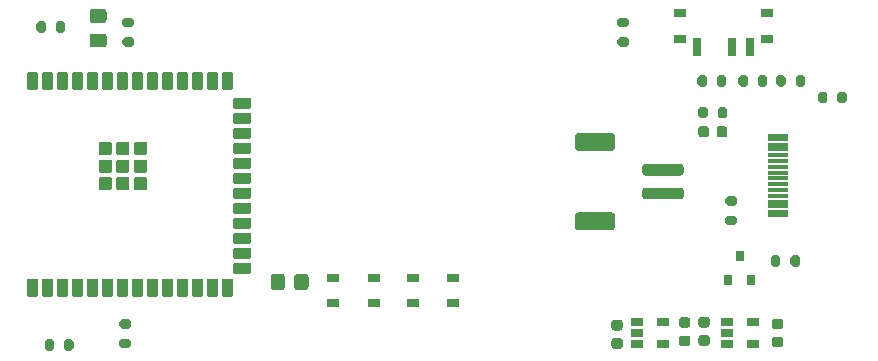
<source format=gbr>
%TF.GenerationSoftware,KiCad,Pcbnew,(5.1.12)-1*%
%TF.CreationDate,2022-11-12T21:15:41+01:00*%
%TF.ProjectId,NewmorphS3,4e65776d-6f72-4706-9853-332e6b696361,rev?*%
%TF.SameCoordinates,Original*%
%TF.FileFunction,Paste,Bot*%
%TF.FilePolarity,Positive*%
%FSLAX46Y46*%
G04 Gerber Fmt 4.6, Leading zero omitted, Abs format (unit mm)*
G04 Created by KiCad (PCBNEW (5.1.12)-1) date 2022-11-12 21:15:41*
%MOMM*%
%LPD*%
G01*
G04 APERTURE LIST*
%ADD10R,0.800000X0.900000*%
%ADD11R,1.750000X0.300000*%
%ADD12R,1.050000X0.650000*%
%ADD13R,0.700000X1.500000*%
%ADD14R,1.000000X0.800000*%
%ADD15R,1.060000X0.650000*%
G04 APERTURE END LIST*
%TO.C,C101*%
G36*
G01*
X117860000Y-90215000D02*
X118360000Y-90215000D01*
G75*
G02*
X118585000Y-90440000I0J-225000D01*
G01*
X118585000Y-90890000D01*
G75*
G02*
X118360000Y-91115000I-225000J0D01*
G01*
X117860000Y-91115000D01*
G75*
G02*
X117635000Y-90890000I0J225000D01*
G01*
X117635000Y-90440000D01*
G75*
G02*
X117860000Y-90215000I225000J0D01*
G01*
G37*
G36*
G01*
X117860000Y-91765000D02*
X118360000Y-91765000D01*
G75*
G02*
X118585000Y-91990000I0J-225000D01*
G01*
X118585000Y-92440000D01*
G75*
G02*
X118360000Y-92665000I-225000J0D01*
G01*
X117860000Y-92665000D01*
G75*
G02*
X117635000Y-92440000I0J225000D01*
G01*
X117635000Y-91990000D01*
G75*
G02*
X117860000Y-91765000I225000J0D01*
G01*
G37*
%TD*%
%TO.C,C102*%
G36*
G01*
X110486000Y-92551000D02*
X109986000Y-92551000D01*
G75*
G02*
X109761000Y-92326000I0J225000D01*
G01*
X109761000Y-91876000D01*
G75*
G02*
X109986000Y-91651000I225000J0D01*
G01*
X110486000Y-91651000D01*
G75*
G02*
X110711000Y-91876000I0J-225000D01*
G01*
X110711000Y-92326000D01*
G75*
G02*
X110486000Y-92551000I-225000J0D01*
G01*
G37*
G36*
G01*
X110486000Y-91001000D02*
X109986000Y-91001000D01*
G75*
G02*
X109761000Y-90776000I0J225000D01*
G01*
X109761000Y-90326000D01*
G75*
G02*
X109986000Y-90101000I225000J0D01*
G01*
X110486000Y-90101000D01*
G75*
G02*
X110711000Y-90326000I0J-225000D01*
G01*
X110711000Y-90776000D01*
G75*
G02*
X110486000Y-91001000I-225000J0D01*
G01*
G37*
%TD*%
%TO.C,C103*%
G36*
G01*
X104271000Y-91879000D02*
X104771000Y-91879000D01*
G75*
G02*
X104996000Y-92104000I0J-225000D01*
G01*
X104996000Y-92554000D01*
G75*
G02*
X104771000Y-92779000I-225000J0D01*
G01*
X104271000Y-92779000D01*
G75*
G02*
X104046000Y-92554000I0J225000D01*
G01*
X104046000Y-92104000D01*
G75*
G02*
X104271000Y-91879000I225000J0D01*
G01*
G37*
G36*
G01*
X104271000Y-90329000D02*
X104771000Y-90329000D01*
G75*
G02*
X104996000Y-90554000I0J-225000D01*
G01*
X104996000Y-91004000D01*
G75*
G02*
X104771000Y-91229000I-225000J0D01*
G01*
X104271000Y-91229000D01*
G75*
G02*
X104046000Y-91004000I0J225000D01*
G01*
X104046000Y-90554000D01*
G75*
G02*
X104271000Y-90329000I225000J0D01*
G01*
G37*
%TD*%
%TO.C,C104*%
G36*
G01*
X111637000Y-91625000D02*
X112137000Y-91625000D01*
G75*
G02*
X112362000Y-91850000I0J-225000D01*
G01*
X112362000Y-92300000D01*
G75*
G02*
X112137000Y-92525000I-225000J0D01*
G01*
X111637000Y-92525000D01*
G75*
G02*
X111412000Y-92300000I0J225000D01*
G01*
X111412000Y-91850000D01*
G75*
G02*
X111637000Y-91625000I225000J0D01*
G01*
G37*
G36*
G01*
X111637000Y-90075000D02*
X112137000Y-90075000D01*
G75*
G02*
X112362000Y-90300000I0J-225000D01*
G01*
X112362000Y-90750000D01*
G75*
G02*
X112137000Y-90975000I-225000J0D01*
G01*
X111637000Y-90975000D01*
G75*
G02*
X111412000Y-90750000I0J225000D01*
G01*
X111412000Y-90300000D01*
G75*
G02*
X111637000Y-90075000I225000J0D01*
G01*
G37*
%TD*%
%TO.C,C105*%
G36*
G01*
X60104000Y-64012500D02*
X61054000Y-64012500D01*
G75*
G02*
X61304000Y-64262500I0J-250000D01*
G01*
X61304000Y-64937500D01*
G75*
G02*
X61054000Y-65187500I-250000J0D01*
G01*
X60104000Y-65187500D01*
G75*
G02*
X59854000Y-64937500I0J250000D01*
G01*
X59854000Y-64262500D01*
G75*
G02*
X60104000Y-64012500I250000J0D01*
G01*
G37*
G36*
G01*
X60104000Y-66087500D02*
X61054000Y-66087500D01*
G75*
G02*
X61304000Y-66337500I0J-250000D01*
G01*
X61304000Y-67012500D01*
G75*
G02*
X61054000Y-67262500I-250000J0D01*
G01*
X60104000Y-67262500D01*
G75*
G02*
X59854000Y-67012500I0J250000D01*
G01*
X59854000Y-66337500D01*
G75*
G02*
X60104000Y-66087500I250000J0D01*
G01*
G37*
%TD*%
D10*
%TO.C,D101*%
X115850000Y-86950000D03*
X113950000Y-86950000D03*
X114900000Y-84950000D03*
%TD*%
D11*
%TO.C,J101*%
X118135000Y-78355000D03*
X118135000Y-78855000D03*
X118135000Y-79355000D03*
X118135000Y-79855000D03*
X118135000Y-77355000D03*
X118135000Y-76355000D03*
X118135000Y-76855000D03*
X118135000Y-77855000D03*
X118135000Y-74755000D03*
X118135000Y-75055000D03*
X118135000Y-75555000D03*
X118135000Y-75855000D03*
X118135000Y-80655000D03*
X118135000Y-80355000D03*
X118135000Y-81155000D03*
X118135000Y-81455000D03*
%TD*%
%TO.C,R101*%
G36*
G01*
X118350000Y-85069000D02*
X118350000Y-85619000D01*
G75*
G02*
X118150000Y-85819000I-200000J0D01*
G01*
X117750000Y-85819000D01*
G75*
G02*
X117550000Y-85619000I0J200000D01*
G01*
X117550000Y-85069000D01*
G75*
G02*
X117750000Y-84869000I200000J0D01*
G01*
X118150000Y-84869000D01*
G75*
G02*
X118350000Y-85069000I0J-200000D01*
G01*
G37*
G36*
G01*
X120000000Y-85069000D02*
X120000000Y-85619000D01*
G75*
G02*
X119800000Y-85819000I-200000J0D01*
G01*
X119400000Y-85819000D01*
G75*
G02*
X119200000Y-85619000I0J200000D01*
G01*
X119200000Y-85069000D01*
G75*
G02*
X119400000Y-84869000I200000J0D01*
G01*
X119800000Y-84869000D01*
G75*
G02*
X120000000Y-85069000I0J-200000D01*
G01*
G37*
%TD*%
%TO.C,R102*%
G36*
G01*
X123970000Y-71226000D02*
X123970000Y-71776000D01*
G75*
G02*
X123770000Y-71976000I-200000J0D01*
G01*
X123370000Y-71976000D01*
G75*
G02*
X123170000Y-71776000I0J200000D01*
G01*
X123170000Y-71226000D01*
G75*
G02*
X123370000Y-71026000I200000J0D01*
G01*
X123770000Y-71026000D01*
G75*
G02*
X123970000Y-71226000I0J-200000D01*
G01*
G37*
G36*
G01*
X122320000Y-71226000D02*
X122320000Y-71776000D01*
G75*
G02*
X122120000Y-71976000I-200000J0D01*
G01*
X121720000Y-71976000D01*
G75*
G02*
X121520000Y-71776000I0J200000D01*
G01*
X121520000Y-71226000D01*
G75*
G02*
X121720000Y-71026000I200000J0D01*
G01*
X122120000Y-71026000D01*
G75*
G02*
X122320000Y-71226000I0J-200000D01*
G01*
G37*
%TD*%
%TO.C,R103*%
G36*
G01*
X114448000Y-80664000D02*
X113898000Y-80664000D01*
G75*
G02*
X113698000Y-80464000I0J200000D01*
G01*
X113698000Y-80064000D01*
G75*
G02*
X113898000Y-79864000I200000J0D01*
G01*
X114448000Y-79864000D01*
G75*
G02*
X114648000Y-80064000I0J-200000D01*
G01*
X114648000Y-80464000D01*
G75*
G02*
X114448000Y-80664000I-200000J0D01*
G01*
G37*
G36*
G01*
X114448000Y-82314000D02*
X113898000Y-82314000D01*
G75*
G02*
X113698000Y-82114000I0J200000D01*
G01*
X113698000Y-81714000D01*
G75*
G02*
X113898000Y-81514000I200000J0D01*
G01*
X114448000Y-81514000D01*
G75*
G02*
X114648000Y-81714000I0J-200000D01*
G01*
X114648000Y-82114000D01*
G75*
G02*
X114448000Y-82314000I-200000J0D01*
G01*
G37*
%TD*%
%TO.C,R104*%
G36*
G01*
X105304000Y-67201000D02*
X104754000Y-67201000D01*
G75*
G02*
X104554000Y-67001000I0J200000D01*
G01*
X104554000Y-66601000D01*
G75*
G02*
X104754000Y-66401000I200000J0D01*
G01*
X105304000Y-66401000D01*
G75*
G02*
X105504000Y-66601000I0J-200000D01*
G01*
X105504000Y-67001000D01*
G75*
G02*
X105304000Y-67201000I-200000J0D01*
G01*
G37*
G36*
G01*
X105304000Y-65551000D02*
X104754000Y-65551000D01*
G75*
G02*
X104554000Y-65351000I0J200000D01*
G01*
X104554000Y-64951000D01*
G75*
G02*
X104754000Y-64751000I200000J0D01*
G01*
X105304000Y-64751000D01*
G75*
G02*
X105504000Y-64951000I0J-200000D01*
G01*
X105504000Y-65351000D01*
G75*
G02*
X105304000Y-65551000I-200000J0D01*
G01*
G37*
%TD*%
%TO.C,R105*%
G36*
G01*
X75200000Y-87572001D02*
X75200000Y-86671999D01*
G75*
G02*
X75449999Y-86422000I249999J0D01*
G01*
X76150001Y-86422000D01*
G75*
G02*
X76400000Y-86671999I0J-249999D01*
G01*
X76400000Y-87572001D01*
G75*
G02*
X76150001Y-87822000I-249999J0D01*
G01*
X75449999Y-87822000D01*
G75*
G02*
X75200000Y-87572001I0J249999D01*
G01*
G37*
G36*
G01*
X77200000Y-87572001D02*
X77200000Y-86671999D01*
G75*
G02*
X77449999Y-86422000I249999J0D01*
G01*
X78150001Y-86422000D01*
G75*
G02*
X78400000Y-86671999I0J-249999D01*
G01*
X78400000Y-87572001D01*
G75*
G02*
X78150001Y-87822000I-249999J0D01*
G01*
X77449999Y-87822000D01*
G75*
G02*
X77200000Y-87572001I0J249999D01*
G01*
G37*
%TD*%
%TO.C,R108*%
G36*
G01*
X55353000Y-65807000D02*
X55353000Y-65257000D01*
G75*
G02*
X55553000Y-65057000I200000J0D01*
G01*
X55953000Y-65057000D01*
G75*
G02*
X56153000Y-65257000I0J-200000D01*
G01*
X56153000Y-65807000D01*
G75*
G02*
X55953000Y-66007000I-200000J0D01*
G01*
X55553000Y-66007000D01*
G75*
G02*
X55353000Y-65807000I0J200000D01*
G01*
G37*
G36*
G01*
X57003000Y-65807000D02*
X57003000Y-65257000D01*
G75*
G02*
X57203000Y-65057000I200000J0D01*
G01*
X57603000Y-65057000D01*
G75*
G02*
X57803000Y-65257000I0J-200000D01*
G01*
X57803000Y-65807000D01*
G75*
G02*
X57603000Y-66007000I-200000J0D01*
G01*
X57203000Y-66007000D01*
G75*
G02*
X57003000Y-65807000I0J200000D01*
G01*
G37*
%TD*%
%TO.C,R109*%
G36*
G01*
X63394000Y-65551000D02*
X62844000Y-65551000D01*
G75*
G02*
X62644000Y-65351000I0J200000D01*
G01*
X62644000Y-64951000D01*
G75*
G02*
X62844000Y-64751000I200000J0D01*
G01*
X63394000Y-64751000D01*
G75*
G02*
X63594000Y-64951000I0J-200000D01*
G01*
X63594000Y-65351000D01*
G75*
G02*
X63394000Y-65551000I-200000J0D01*
G01*
G37*
G36*
G01*
X63394000Y-67201000D02*
X62844000Y-67201000D01*
G75*
G02*
X62644000Y-67001000I0J200000D01*
G01*
X62644000Y-66601000D01*
G75*
G02*
X62844000Y-66401000I200000J0D01*
G01*
X63394000Y-66401000D01*
G75*
G02*
X63594000Y-66601000I0J-200000D01*
G01*
X63594000Y-67001000D01*
G75*
G02*
X63394000Y-67201000I-200000J0D01*
G01*
G37*
%TD*%
%TO.C,R110*%
G36*
G01*
X57702000Y-92731000D02*
X57702000Y-92181000D01*
G75*
G02*
X57902000Y-91981000I200000J0D01*
G01*
X58302000Y-91981000D01*
G75*
G02*
X58502000Y-92181000I0J-200000D01*
G01*
X58502000Y-92731000D01*
G75*
G02*
X58302000Y-92931000I-200000J0D01*
G01*
X57902000Y-92931000D01*
G75*
G02*
X57702000Y-92731000I0J200000D01*
G01*
G37*
G36*
G01*
X56052000Y-92731000D02*
X56052000Y-92181000D01*
G75*
G02*
X56252000Y-91981000I200000J0D01*
G01*
X56652000Y-91981000D01*
G75*
G02*
X56852000Y-92181000I0J-200000D01*
G01*
X56852000Y-92731000D01*
G75*
G02*
X56652000Y-92931000I-200000J0D01*
G01*
X56252000Y-92931000D01*
G75*
G02*
X56052000Y-92731000I0J200000D01*
G01*
G37*
%TD*%
%TO.C,R111*%
G36*
G01*
X62590000Y-91929000D02*
X63140000Y-91929000D01*
G75*
G02*
X63340000Y-92129000I0J-200000D01*
G01*
X63340000Y-92529000D01*
G75*
G02*
X63140000Y-92729000I-200000J0D01*
G01*
X62590000Y-92729000D01*
G75*
G02*
X62390000Y-92529000I0J200000D01*
G01*
X62390000Y-92129000D01*
G75*
G02*
X62590000Y-91929000I200000J0D01*
G01*
G37*
G36*
G01*
X62590000Y-90279000D02*
X63140000Y-90279000D01*
G75*
G02*
X63340000Y-90479000I0J-200000D01*
G01*
X63340000Y-90879000D01*
G75*
G02*
X63140000Y-91079000I-200000J0D01*
G01*
X62590000Y-91079000D01*
G75*
G02*
X62390000Y-90879000I0J200000D01*
G01*
X62390000Y-90479000D01*
G75*
G02*
X62590000Y-90279000I200000J0D01*
G01*
G37*
%TD*%
%TO.C,R112*%
G36*
G01*
X111400000Y-73075000D02*
X111400000Y-72525000D01*
G75*
G02*
X111600000Y-72325000I200000J0D01*
G01*
X112000000Y-72325000D01*
G75*
G02*
X112200000Y-72525000I0J-200000D01*
G01*
X112200000Y-73075000D01*
G75*
G02*
X112000000Y-73275000I-200000J0D01*
G01*
X111600000Y-73275000D01*
G75*
G02*
X111400000Y-73075000I0J200000D01*
G01*
G37*
G36*
G01*
X113050000Y-73075000D02*
X113050000Y-72525000D01*
G75*
G02*
X113250000Y-72325000I200000J0D01*
G01*
X113650000Y-72325000D01*
G75*
G02*
X113850000Y-72525000I0J-200000D01*
G01*
X113850000Y-73075000D01*
G75*
G02*
X113650000Y-73275000I-200000J0D01*
G01*
X113250000Y-73275000D01*
G75*
G02*
X113050000Y-73075000I0J200000D01*
G01*
G37*
%TD*%
%TO.C,R113*%
G36*
G01*
X111329000Y-70376000D02*
X111329000Y-69826000D01*
G75*
G02*
X111529000Y-69626000I200000J0D01*
G01*
X111929000Y-69626000D01*
G75*
G02*
X112129000Y-69826000I0J-200000D01*
G01*
X112129000Y-70376000D01*
G75*
G02*
X111929000Y-70576000I-200000J0D01*
G01*
X111529000Y-70576000D01*
G75*
G02*
X111329000Y-70376000I0J200000D01*
G01*
G37*
G36*
G01*
X112979000Y-70376000D02*
X112979000Y-69826000D01*
G75*
G02*
X113179000Y-69626000I200000J0D01*
G01*
X113579000Y-69626000D01*
G75*
G02*
X113779000Y-69826000I0J-200000D01*
G01*
X113779000Y-70376000D01*
G75*
G02*
X113579000Y-70576000I-200000J0D01*
G01*
X113179000Y-70576000D01*
G75*
G02*
X112979000Y-70376000I0J200000D01*
G01*
G37*
%TD*%
D12*
%TO.C,SW101*%
X83975000Y-86790000D03*
X80510000Y-86790000D03*
X83975000Y-88890000D03*
X80510000Y-88890000D03*
%TD*%
%TO.C,SW102*%
X87200000Y-88890000D03*
X90665000Y-88890000D03*
X87200000Y-86790000D03*
X90665000Y-86790000D03*
%TD*%
D13*
%TO.C,SW105*%
X111288000Y-67216000D03*
X114288000Y-67216000D03*
X115788000Y-67216000D03*
D14*
X109888000Y-64356000D03*
X117188000Y-64356000D03*
X117188000Y-66566000D03*
X109888000Y-66566000D03*
%TD*%
D15*
%TO.C,U101*%
X113835000Y-92390000D03*
X113835000Y-91440000D03*
X113835000Y-90490000D03*
X116035000Y-90490000D03*
X116035000Y-92390000D03*
%TD*%
%TO.C,U102*%
X108415000Y-92390000D03*
X108415000Y-90490000D03*
X106215000Y-90490000D03*
X106215000Y-91440000D03*
X106215000Y-92390000D03*
%TD*%
%TO.C,U103*%
G36*
G01*
X64643100Y-76360000D02*
X63716900Y-76360000D01*
G75*
G02*
X63630000Y-76273100I0J86900D01*
G01*
X63630000Y-75346900D01*
G75*
G02*
X63716900Y-75260000I86900J0D01*
G01*
X64643100Y-75260000D01*
G75*
G02*
X64730000Y-75346900I0J-86900D01*
G01*
X64730000Y-76273100D01*
G75*
G02*
X64643100Y-76360000I-86900J0D01*
G01*
G37*
G36*
G01*
X63143100Y-79360000D02*
X62216900Y-79360000D01*
G75*
G02*
X62130000Y-79273100I0J86900D01*
G01*
X62130000Y-78346900D01*
G75*
G02*
X62216900Y-78260000I86900J0D01*
G01*
X63143100Y-78260000D01*
G75*
G02*
X63230000Y-78346900I0J-86900D01*
G01*
X63230000Y-79273100D01*
G75*
G02*
X63143100Y-79360000I-86900J0D01*
G01*
G37*
G36*
G01*
X63143100Y-77860000D02*
X62216900Y-77860000D01*
G75*
G02*
X62130000Y-77773100I0J86900D01*
G01*
X62130000Y-76846900D01*
G75*
G02*
X62216900Y-76760000I86900J0D01*
G01*
X63143100Y-76760000D01*
G75*
G02*
X63230000Y-76846900I0J-86900D01*
G01*
X63230000Y-77773100D01*
G75*
G02*
X63143100Y-77860000I-86900J0D01*
G01*
G37*
G36*
G01*
X64643100Y-79360000D02*
X63716900Y-79360000D01*
G75*
G02*
X63630000Y-79273100I0J86900D01*
G01*
X63630000Y-78346900D01*
G75*
G02*
X63716900Y-78260000I86900J0D01*
G01*
X64643100Y-78260000D01*
G75*
G02*
X64730000Y-78346900I0J-86900D01*
G01*
X64730000Y-79273100D01*
G75*
G02*
X64643100Y-79360000I-86900J0D01*
G01*
G37*
G36*
G01*
X61643100Y-79360000D02*
X60716900Y-79360000D01*
G75*
G02*
X60630000Y-79273100I0J86900D01*
G01*
X60630000Y-78346900D01*
G75*
G02*
X60716900Y-78260000I86900J0D01*
G01*
X61643100Y-78260000D01*
G75*
G02*
X61730000Y-78346900I0J-86900D01*
G01*
X61730000Y-79273100D01*
G75*
G02*
X61643100Y-79360000I-86900J0D01*
G01*
G37*
G36*
G01*
X61643100Y-77860000D02*
X60716900Y-77860000D01*
G75*
G02*
X60630000Y-77773100I0J86900D01*
G01*
X60630000Y-76846900D01*
G75*
G02*
X60716900Y-76760000I86900J0D01*
G01*
X61643100Y-76760000D01*
G75*
G02*
X61730000Y-76846900I0J-86900D01*
G01*
X61730000Y-77773100D01*
G75*
G02*
X61643100Y-77860000I-86900J0D01*
G01*
G37*
G36*
G01*
X63143100Y-76360000D02*
X62216900Y-76360000D01*
G75*
G02*
X62130000Y-76273100I0J86900D01*
G01*
X62130000Y-75346900D01*
G75*
G02*
X62216900Y-75260000I86900J0D01*
G01*
X63143100Y-75260000D01*
G75*
G02*
X63230000Y-75346900I0J-86900D01*
G01*
X63230000Y-76273100D01*
G75*
G02*
X63143100Y-76360000I-86900J0D01*
G01*
G37*
G36*
G01*
X61643100Y-76360000D02*
X60716900Y-76360000D01*
G75*
G02*
X60630000Y-76273100I0J86900D01*
G01*
X60630000Y-75346900D01*
G75*
G02*
X60716900Y-75260000I86900J0D01*
G01*
X61643100Y-75260000D01*
G75*
G02*
X61730000Y-75346900I0J-86900D01*
G01*
X61730000Y-76273100D01*
G75*
G02*
X61643100Y-76360000I-86900J0D01*
G01*
G37*
G36*
G01*
X64643100Y-77860000D02*
X63716900Y-77860000D01*
G75*
G02*
X63630000Y-77773100I0J86900D01*
G01*
X63630000Y-76846900D01*
G75*
G02*
X63716900Y-76760000I86900J0D01*
G01*
X64643100Y-76760000D01*
G75*
G02*
X64730000Y-76846900I0J-86900D01*
G01*
X64730000Y-77773100D01*
G75*
G02*
X64643100Y-77860000I-86900J0D01*
G01*
G37*
G36*
G01*
X54646100Y-69350000D02*
X55403900Y-69350000D01*
G75*
G02*
X55475000Y-69421100I0J-71100D01*
G01*
X55475000Y-70778900D01*
G75*
G02*
X55403900Y-70850000I-71100J0D01*
G01*
X54646100Y-70850000D01*
G75*
G02*
X54575000Y-70778900I0J71100D01*
G01*
X54575000Y-69421100D01*
G75*
G02*
X54646100Y-69350000I71100J0D01*
G01*
G37*
G36*
G01*
X55916100Y-69350000D02*
X56673900Y-69350000D01*
G75*
G02*
X56745000Y-69421100I0J-71100D01*
G01*
X56745000Y-70778900D01*
G75*
G02*
X56673900Y-70850000I-71100J0D01*
G01*
X55916100Y-70850000D01*
G75*
G02*
X55845000Y-70778900I0J71100D01*
G01*
X55845000Y-69421100D01*
G75*
G02*
X55916100Y-69350000I71100J0D01*
G01*
G37*
G36*
G01*
X57186100Y-69350000D02*
X57943900Y-69350000D01*
G75*
G02*
X58015000Y-69421100I0J-71100D01*
G01*
X58015000Y-70778900D01*
G75*
G02*
X57943900Y-70850000I-71100J0D01*
G01*
X57186100Y-70850000D01*
G75*
G02*
X57115000Y-70778900I0J71100D01*
G01*
X57115000Y-69421100D01*
G75*
G02*
X57186100Y-69350000I71100J0D01*
G01*
G37*
G36*
G01*
X58456100Y-69350000D02*
X59213900Y-69350000D01*
G75*
G02*
X59285000Y-69421100I0J-71100D01*
G01*
X59285000Y-70778900D01*
G75*
G02*
X59213900Y-70850000I-71100J0D01*
G01*
X58456100Y-70850000D01*
G75*
G02*
X58385000Y-70778900I0J71100D01*
G01*
X58385000Y-69421100D01*
G75*
G02*
X58456100Y-69350000I71100J0D01*
G01*
G37*
G36*
G01*
X59726100Y-69350000D02*
X60483900Y-69350000D01*
G75*
G02*
X60555000Y-69421100I0J-71100D01*
G01*
X60555000Y-70778900D01*
G75*
G02*
X60483900Y-70850000I-71100J0D01*
G01*
X59726100Y-70850000D01*
G75*
G02*
X59655000Y-70778900I0J71100D01*
G01*
X59655000Y-69421100D01*
G75*
G02*
X59726100Y-69350000I71100J0D01*
G01*
G37*
G36*
G01*
X60996100Y-69350000D02*
X61753900Y-69350000D01*
G75*
G02*
X61825000Y-69421100I0J-71100D01*
G01*
X61825000Y-70778900D01*
G75*
G02*
X61753900Y-70850000I-71100J0D01*
G01*
X60996100Y-70850000D01*
G75*
G02*
X60925000Y-70778900I0J71100D01*
G01*
X60925000Y-69421100D01*
G75*
G02*
X60996100Y-69350000I71100J0D01*
G01*
G37*
G36*
G01*
X62266100Y-69350000D02*
X63023900Y-69350000D01*
G75*
G02*
X63095000Y-69421100I0J-71100D01*
G01*
X63095000Y-70778900D01*
G75*
G02*
X63023900Y-70850000I-71100J0D01*
G01*
X62266100Y-70850000D01*
G75*
G02*
X62195000Y-70778900I0J71100D01*
G01*
X62195000Y-69421100D01*
G75*
G02*
X62266100Y-69350000I71100J0D01*
G01*
G37*
G36*
G01*
X63536100Y-69350000D02*
X64293900Y-69350000D01*
G75*
G02*
X64365000Y-69421100I0J-71100D01*
G01*
X64365000Y-70778900D01*
G75*
G02*
X64293900Y-70850000I-71100J0D01*
G01*
X63536100Y-70850000D01*
G75*
G02*
X63465000Y-70778900I0J71100D01*
G01*
X63465000Y-69421100D01*
G75*
G02*
X63536100Y-69350000I71100J0D01*
G01*
G37*
G36*
G01*
X64806100Y-69350000D02*
X65563900Y-69350000D01*
G75*
G02*
X65635000Y-69421100I0J-71100D01*
G01*
X65635000Y-70778900D01*
G75*
G02*
X65563900Y-70850000I-71100J0D01*
G01*
X64806100Y-70850000D01*
G75*
G02*
X64735000Y-70778900I0J71100D01*
G01*
X64735000Y-69421100D01*
G75*
G02*
X64806100Y-69350000I71100J0D01*
G01*
G37*
G36*
G01*
X66076100Y-69350000D02*
X66833900Y-69350000D01*
G75*
G02*
X66905000Y-69421100I0J-71100D01*
G01*
X66905000Y-70778900D01*
G75*
G02*
X66833900Y-70850000I-71100J0D01*
G01*
X66076100Y-70850000D01*
G75*
G02*
X66005000Y-70778900I0J71100D01*
G01*
X66005000Y-69421100D01*
G75*
G02*
X66076100Y-69350000I71100J0D01*
G01*
G37*
G36*
G01*
X67346100Y-69350000D02*
X68103900Y-69350000D01*
G75*
G02*
X68175000Y-69421100I0J-71100D01*
G01*
X68175000Y-70778900D01*
G75*
G02*
X68103900Y-70850000I-71100J0D01*
G01*
X67346100Y-70850000D01*
G75*
G02*
X67275000Y-70778900I0J71100D01*
G01*
X67275000Y-69421100D01*
G75*
G02*
X67346100Y-69350000I71100J0D01*
G01*
G37*
G36*
G01*
X68616100Y-69350000D02*
X69373900Y-69350000D01*
G75*
G02*
X69445000Y-69421100I0J-71100D01*
G01*
X69445000Y-70778900D01*
G75*
G02*
X69373900Y-70850000I-71100J0D01*
G01*
X68616100Y-70850000D01*
G75*
G02*
X68545000Y-70778900I0J71100D01*
G01*
X68545000Y-69421100D01*
G75*
G02*
X68616100Y-69350000I71100J0D01*
G01*
G37*
G36*
G01*
X69886100Y-69350000D02*
X70643900Y-69350000D01*
G75*
G02*
X70715000Y-69421100I0J-71100D01*
G01*
X70715000Y-70778900D01*
G75*
G02*
X70643900Y-70850000I-71100J0D01*
G01*
X69886100Y-70850000D01*
G75*
G02*
X69815000Y-70778900I0J71100D01*
G01*
X69815000Y-69421100D01*
G75*
G02*
X69886100Y-69350000I71100J0D01*
G01*
G37*
G36*
G01*
X71156100Y-69350000D02*
X71913900Y-69350000D01*
G75*
G02*
X71985000Y-69421100I0J-71100D01*
G01*
X71985000Y-70778900D01*
G75*
G02*
X71913900Y-70850000I-71100J0D01*
G01*
X71156100Y-70850000D01*
G75*
G02*
X71085000Y-70778900I0J71100D01*
G01*
X71085000Y-69421100D01*
G75*
G02*
X71156100Y-69350000I71100J0D01*
G01*
G37*
G36*
G01*
X54646100Y-86850000D02*
X55403900Y-86850000D01*
G75*
G02*
X55475000Y-86921100I0J-71100D01*
G01*
X55475000Y-88278900D01*
G75*
G02*
X55403900Y-88350000I-71100J0D01*
G01*
X54646100Y-88350000D01*
G75*
G02*
X54575000Y-88278900I0J71100D01*
G01*
X54575000Y-86921100D01*
G75*
G02*
X54646100Y-86850000I71100J0D01*
G01*
G37*
G36*
G01*
X55916100Y-86850000D02*
X56673900Y-86850000D01*
G75*
G02*
X56745000Y-86921100I0J-71100D01*
G01*
X56745000Y-88278900D01*
G75*
G02*
X56673900Y-88350000I-71100J0D01*
G01*
X55916100Y-88350000D01*
G75*
G02*
X55845000Y-88278900I0J71100D01*
G01*
X55845000Y-86921100D01*
G75*
G02*
X55916100Y-86850000I71100J0D01*
G01*
G37*
G36*
G01*
X57186100Y-86850000D02*
X57943900Y-86850000D01*
G75*
G02*
X58015000Y-86921100I0J-71100D01*
G01*
X58015000Y-88278900D01*
G75*
G02*
X57943900Y-88350000I-71100J0D01*
G01*
X57186100Y-88350000D01*
G75*
G02*
X57115000Y-88278900I0J71100D01*
G01*
X57115000Y-86921100D01*
G75*
G02*
X57186100Y-86850000I71100J0D01*
G01*
G37*
G36*
G01*
X58456100Y-86850000D02*
X59213900Y-86850000D01*
G75*
G02*
X59285000Y-86921100I0J-71100D01*
G01*
X59285000Y-88278900D01*
G75*
G02*
X59213900Y-88350000I-71100J0D01*
G01*
X58456100Y-88350000D01*
G75*
G02*
X58385000Y-88278900I0J71100D01*
G01*
X58385000Y-86921100D01*
G75*
G02*
X58456100Y-86850000I71100J0D01*
G01*
G37*
G36*
G01*
X68616100Y-86850000D02*
X69373900Y-86850000D01*
G75*
G02*
X69445000Y-86921100I0J-71100D01*
G01*
X69445000Y-88278900D01*
G75*
G02*
X69373900Y-88350000I-71100J0D01*
G01*
X68616100Y-88350000D01*
G75*
G02*
X68545000Y-88278900I0J71100D01*
G01*
X68545000Y-86921100D01*
G75*
G02*
X68616100Y-86850000I71100J0D01*
G01*
G37*
G36*
G01*
X60996100Y-86850000D02*
X61753900Y-86850000D01*
G75*
G02*
X61825000Y-86921100I0J-71100D01*
G01*
X61825000Y-88278900D01*
G75*
G02*
X61753900Y-88350000I-71100J0D01*
G01*
X60996100Y-88350000D01*
G75*
G02*
X60925000Y-88278900I0J71100D01*
G01*
X60925000Y-86921100D01*
G75*
G02*
X60996100Y-86850000I71100J0D01*
G01*
G37*
G36*
G01*
X67346100Y-86850000D02*
X68103900Y-86850000D01*
G75*
G02*
X68175000Y-86921100I0J-71100D01*
G01*
X68175000Y-88278900D01*
G75*
G02*
X68103900Y-88350000I-71100J0D01*
G01*
X67346100Y-88350000D01*
G75*
G02*
X67275000Y-88278900I0J71100D01*
G01*
X67275000Y-86921100D01*
G75*
G02*
X67346100Y-86850000I71100J0D01*
G01*
G37*
G36*
G01*
X71156100Y-86850000D02*
X71913900Y-86850000D01*
G75*
G02*
X71985000Y-86921100I0J-71100D01*
G01*
X71985000Y-88278900D01*
G75*
G02*
X71913900Y-88350000I-71100J0D01*
G01*
X71156100Y-88350000D01*
G75*
G02*
X71085000Y-88278900I0J71100D01*
G01*
X71085000Y-86921100D01*
G75*
G02*
X71156100Y-86850000I71100J0D01*
G01*
G37*
G36*
G01*
X69886100Y-86850000D02*
X70643900Y-86850000D01*
G75*
G02*
X70715000Y-86921100I0J-71100D01*
G01*
X70715000Y-88278900D01*
G75*
G02*
X70643900Y-88350000I-71100J0D01*
G01*
X69886100Y-88350000D01*
G75*
G02*
X69815000Y-88278900I0J71100D01*
G01*
X69815000Y-86921100D01*
G75*
G02*
X69886100Y-86850000I71100J0D01*
G01*
G37*
G36*
G01*
X62266100Y-86850000D02*
X63023900Y-86850000D01*
G75*
G02*
X63095000Y-86921100I0J-71100D01*
G01*
X63095000Y-88278900D01*
G75*
G02*
X63023900Y-88350000I-71100J0D01*
G01*
X62266100Y-88350000D01*
G75*
G02*
X62195000Y-88278900I0J71100D01*
G01*
X62195000Y-86921100D01*
G75*
G02*
X62266100Y-86850000I71100J0D01*
G01*
G37*
G36*
G01*
X59726100Y-86850000D02*
X60483900Y-86850000D01*
G75*
G02*
X60555000Y-86921100I0J-71100D01*
G01*
X60555000Y-88278900D01*
G75*
G02*
X60483900Y-88350000I-71100J0D01*
G01*
X59726100Y-88350000D01*
G75*
G02*
X59655000Y-88278900I0J71100D01*
G01*
X59655000Y-86921100D01*
G75*
G02*
X59726100Y-86850000I71100J0D01*
G01*
G37*
G36*
G01*
X66076100Y-86850000D02*
X66833900Y-86850000D01*
G75*
G02*
X66905000Y-86921100I0J-71100D01*
G01*
X66905000Y-88278900D01*
G75*
G02*
X66833900Y-88350000I-71100J0D01*
G01*
X66076100Y-88350000D01*
G75*
G02*
X66005000Y-88278900I0J71100D01*
G01*
X66005000Y-86921100D01*
G75*
G02*
X66076100Y-86850000I71100J0D01*
G01*
G37*
G36*
G01*
X64806100Y-86850000D02*
X65563900Y-86850000D01*
G75*
G02*
X65635000Y-86921100I0J-71100D01*
G01*
X65635000Y-88278900D01*
G75*
G02*
X65563900Y-88350000I-71100J0D01*
G01*
X64806100Y-88350000D01*
G75*
G02*
X64735000Y-88278900I0J71100D01*
G01*
X64735000Y-86921100D01*
G75*
G02*
X64806100Y-86850000I71100J0D01*
G01*
G37*
G36*
G01*
X63536100Y-86850000D02*
X64293900Y-86850000D01*
G75*
G02*
X64365000Y-86921100I0J-71100D01*
G01*
X64365000Y-88278900D01*
G75*
G02*
X64293900Y-88350000I-71100J0D01*
G01*
X63536100Y-88350000D01*
G75*
G02*
X63465000Y-88278900I0J71100D01*
G01*
X63465000Y-86921100D01*
G75*
G02*
X63536100Y-86850000I71100J0D01*
G01*
G37*
G36*
G01*
X73525000Y-71621100D02*
X73525000Y-72378900D01*
G75*
G02*
X73453900Y-72450000I-71100J0D01*
G01*
X72096100Y-72450000D01*
G75*
G02*
X72025000Y-72378900I0J71100D01*
G01*
X72025000Y-71621100D01*
G75*
G02*
X72096100Y-71550000I71100J0D01*
G01*
X73453900Y-71550000D01*
G75*
G02*
X73525000Y-71621100I0J-71100D01*
G01*
G37*
G36*
G01*
X73525000Y-72891100D02*
X73525000Y-73648900D01*
G75*
G02*
X73453900Y-73720000I-71100J0D01*
G01*
X72096100Y-73720000D01*
G75*
G02*
X72025000Y-73648900I0J71100D01*
G01*
X72025000Y-72891100D01*
G75*
G02*
X72096100Y-72820000I71100J0D01*
G01*
X73453900Y-72820000D01*
G75*
G02*
X73525000Y-72891100I0J-71100D01*
G01*
G37*
G36*
G01*
X73525000Y-74161100D02*
X73525000Y-74918900D01*
G75*
G02*
X73453900Y-74990000I-71100J0D01*
G01*
X72096100Y-74990000D01*
G75*
G02*
X72025000Y-74918900I0J71100D01*
G01*
X72025000Y-74161100D01*
G75*
G02*
X72096100Y-74090000I71100J0D01*
G01*
X73453900Y-74090000D01*
G75*
G02*
X73525000Y-74161100I0J-71100D01*
G01*
G37*
G36*
G01*
X73525000Y-75431100D02*
X73525000Y-76188900D01*
G75*
G02*
X73453900Y-76260000I-71100J0D01*
G01*
X72096100Y-76260000D01*
G75*
G02*
X72025000Y-76188900I0J71100D01*
G01*
X72025000Y-75431100D01*
G75*
G02*
X72096100Y-75360000I71100J0D01*
G01*
X73453900Y-75360000D01*
G75*
G02*
X73525000Y-75431100I0J-71100D01*
G01*
G37*
G36*
G01*
X73525000Y-76701100D02*
X73525000Y-77458900D01*
G75*
G02*
X73453900Y-77530000I-71100J0D01*
G01*
X72096100Y-77530000D01*
G75*
G02*
X72025000Y-77458900I0J71100D01*
G01*
X72025000Y-76701100D01*
G75*
G02*
X72096100Y-76630000I71100J0D01*
G01*
X73453900Y-76630000D01*
G75*
G02*
X73525000Y-76701100I0J-71100D01*
G01*
G37*
G36*
G01*
X73525000Y-77971100D02*
X73525000Y-78728900D01*
G75*
G02*
X73453900Y-78800000I-71100J0D01*
G01*
X72096100Y-78800000D01*
G75*
G02*
X72025000Y-78728900I0J71100D01*
G01*
X72025000Y-77971100D01*
G75*
G02*
X72096100Y-77900000I71100J0D01*
G01*
X73453900Y-77900000D01*
G75*
G02*
X73525000Y-77971100I0J-71100D01*
G01*
G37*
G36*
G01*
X73525000Y-79241100D02*
X73525000Y-79998900D01*
G75*
G02*
X73453900Y-80070000I-71100J0D01*
G01*
X72096100Y-80070000D01*
G75*
G02*
X72025000Y-79998900I0J71100D01*
G01*
X72025000Y-79241100D01*
G75*
G02*
X72096100Y-79170000I71100J0D01*
G01*
X73453900Y-79170000D01*
G75*
G02*
X73525000Y-79241100I0J-71100D01*
G01*
G37*
G36*
G01*
X73525000Y-80511100D02*
X73525000Y-81268900D01*
G75*
G02*
X73453900Y-81340000I-71100J0D01*
G01*
X72096100Y-81340000D01*
G75*
G02*
X72025000Y-81268900I0J71100D01*
G01*
X72025000Y-80511100D01*
G75*
G02*
X72096100Y-80440000I71100J0D01*
G01*
X73453900Y-80440000D01*
G75*
G02*
X73525000Y-80511100I0J-71100D01*
G01*
G37*
G36*
G01*
X73525000Y-81781100D02*
X73525000Y-82538900D01*
G75*
G02*
X73453900Y-82610000I-71100J0D01*
G01*
X72096100Y-82610000D01*
G75*
G02*
X72025000Y-82538900I0J71100D01*
G01*
X72025000Y-81781100D01*
G75*
G02*
X72096100Y-81710000I71100J0D01*
G01*
X73453900Y-81710000D01*
G75*
G02*
X73525000Y-81781100I0J-71100D01*
G01*
G37*
G36*
G01*
X73525000Y-83051100D02*
X73525000Y-83808900D01*
G75*
G02*
X73453900Y-83880000I-71100J0D01*
G01*
X72096100Y-83880000D01*
G75*
G02*
X72025000Y-83808900I0J71100D01*
G01*
X72025000Y-83051100D01*
G75*
G02*
X72096100Y-82980000I71100J0D01*
G01*
X73453900Y-82980000D01*
G75*
G02*
X73525000Y-83051100I0J-71100D01*
G01*
G37*
G36*
G01*
X73525000Y-84321100D02*
X73525000Y-85078900D01*
G75*
G02*
X73453900Y-85150000I-71100J0D01*
G01*
X72096100Y-85150000D01*
G75*
G02*
X72025000Y-85078900I0J71100D01*
G01*
X72025000Y-84321100D01*
G75*
G02*
X72096100Y-84250000I71100J0D01*
G01*
X73453900Y-84250000D01*
G75*
G02*
X73525000Y-84321100I0J-71100D01*
G01*
G37*
G36*
G01*
X73525000Y-85591100D02*
X73525000Y-86348900D01*
G75*
G02*
X73453900Y-86420000I-71100J0D01*
G01*
X72096100Y-86420000D01*
G75*
G02*
X72025000Y-86348900I0J71100D01*
G01*
X72025000Y-85591100D01*
G75*
G02*
X72096100Y-85520000I71100J0D01*
G01*
X73453900Y-85520000D01*
G75*
G02*
X73525000Y-85591100I0J-71100D01*
G01*
G37*
%TD*%
%TO.C,C106*%
G36*
G01*
X111400000Y-74650000D02*
X111400000Y-74150000D01*
G75*
G02*
X111625000Y-73925000I225000J0D01*
G01*
X112075000Y-73925000D01*
G75*
G02*
X112300000Y-74150000I0J-225000D01*
G01*
X112300000Y-74650000D01*
G75*
G02*
X112075000Y-74875000I-225000J0D01*
G01*
X111625000Y-74875000D01*
G75*
G02*
X111400000Y-74650000I0J225000D01*
G01*
G37*
G36*
G01*
X112950000Y-74650000D02*
X112950000Y-74150000D01*
G75*
G02*
X113175000Y-73925000I225000J0D01*
G01*
X113625000Y-73925000D01*
G75*
G02*
X113850000Y-74150000I0J-225000D01*
G01*
X113850000Y-74650000D01*
G75*
G02*
X113625000Y-74875000I-225000J0D01*
G01*
X113175000Y-74875000D01*
G75*
G02*
X112950000Y-74650000I0J225000D01*
G01*
G37*
%TD*%
%TO.C,R106*%
G36*
G01*
X116445000Y-70376000D02*
X116445000Y-69826000D01*
G75*
G02*
X116645000Y-69626000I200000J0D01*
G01*
X117045000Y-69626000D01*
G75*
G02*
X117245000Y-69826000I0J-200000D01*
G01*
X117245000Y-70376000D01*
G75*
G02*
X117045000Y-70576000I-200000J0D01*
G01*
X116645000Y-70576000D01*
G75*
G02*
X116445000Y-70376000I0J200000D01*
G01*
G37*
G36*
G01*
X114795000Y-70376000D02*
X114795000Y-69826000D01*
G75*
G02*
X114995000Y-69626000I200000J0D01*
G01*
X115395000Y-69626000D01*
G75*
G02*
X115595000Y-69826000I0J-200000D01*
G01*
X115595000Y-70376000D01*
G75*
G02*
X115395000Y-70576000I-200000J0D01*
G01*
X114995000Y-70576000D01*
G75*
G02*
X114795000Y-70376000I0J200000D01*
G01*
G37*
%TD*%
%TO.C,R107*%
G36*
G01*
X120446000Y-69826000D02*
X120446000Y-70376000D01*
G75*
G02*
X120246000Y-70576000I-200000J0D01*
G01*
X119846000Y-70576000D01*
G75*
G02*
X119646000Y-70376000I0J200000D01*
G01*
X119646000Y-69826000D01*
G75*
G02*
X119846000Y-69626000I200000J0D01*
G01*
X120246000Y-69626000D01*
G75*
G02*
X120446000Y-69826000I0J-200000D01*
G01*
G37*
G36*
G01*
X118796000Y-69826000D02*
X118796000Y-70376000D01*
G75*
G02*
X118596000Y-70576000I-200000J0D01*
G01*
X118196000Y-70576000D01*
G75*
G02*
X117996000Y-70376000I0J200000D01*
G01*
X117996000Y-69826000D01*
G75*
G02*
X118196000Y-69626000I200000J0D01*
G01*
X118596000Y-69626000D01*
G75*
G02*
X118796000Y-69826000I0J-200000D01*
G01*
G37*
%TD*%
%TO.C,J102*%
G36*
G01*
X109900000Y-80125000D02*
X106900000Y-80125000D01*
G75*
G02*
X106650000Y-79875000I0J250000D01*
G01*
X106650000Y-79375000D01*
G75*
G02*
X106900000Y-79125000I250000J0D01*
G01*
X109900000Y-79125000D01*
G75*
G02*
X110150000Y-79375000I0J-250000D01*
G01*
X110150000Y-79875000D01*
G75*
G02*
X109900000Y-80125000I-250000J0D01*
G01*
G37*
G36*
G01*
X109900000Y-78125000D02*
X106900000Y-78125000D01*
G75*
G02*
X106650000Y-77875000I0J250000D01*
G01*
X106650000Y-77375000D01*
G75*
G02*
X106900000Y-77125000I250000J0D01*
G01*
X109900000Y-77125000D01*
G75*
G02*
X110150000Y-77375000I0J-250000D01*
G01*
X110150000Y-77875000D01*
G75*
G02*
X109900000Y-78125000I-250000J0D01*
G01*
G37*
G36*
G01*
X104100000Y-82725000D02*
X101200000Y-82725000D01*
G75*
G02*
X100950000Y-82475000I0J250000D01*
G01*
X100950000Y-81475000D01*
G75*
G02*
X101200000Y-81225000I250000J0D01*
G01*
X104100000Y-81225000D01*
G75*
G02*
X104350000Y-81475000I0J-250000D01*
G01*
X104350000Y-82475000D01*
G75*
G02*
X104100000Y-82725000I-250000J0D01*
G01*
G37*
G36*
G01*
X104100000Y-76025000D02*
X101200000Y-76025000D01*
G75*
G02*
X100950000Y-75775000I0J250000D01*
G01*
X100950000Y-74775000D01*
G75*
G02*
X101200000Y-74525000I250000J0D01*
G01*
X104100000Y-74525000D01*
G75*
G02*
X104350000Y-74775000I0J-250000D01*
G01*
X104350000Y-75775000D01*
G75*
G02*
X104100000Y-76025000I-250000J0D01*
G01*
G37*
%TD*%
M02*

</source>
